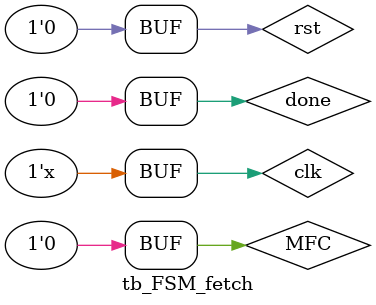
<source format=v>
`timescale 10ns/1ns
module tb_FSM_fetch;
    reg clk;
    reg rst;
    reg done,MFC;
    wire PCOutEn,PCsignal,MARin,EN,RW,MDR_tobusin,MDR_frombusin,MDROutEn,IRin,done_fetch;
    
    fetch moore_fetch(clk,rst,done,MFC,PCOutEn,PCsignal,MARin,EN,RW,MDR_tobusin,MDR_frombusin,MDROutEn,IRin,done_fetch);
    initial begin 
             clk=0;
             MFC=0;
             done=0;
             rst=0;
             #7 rst = 1;
             #7 rst=0;   
             #20 MFC = 1;
             #20 MFC = 0;
           end
    always #5 clk=~clk;
    
  
endmodule

 
</source>
